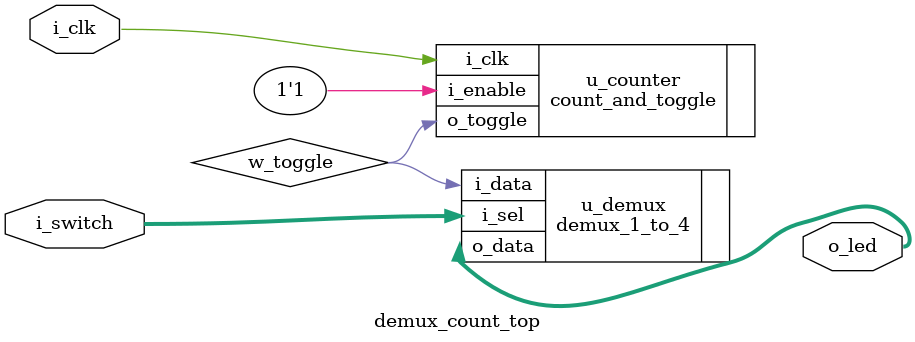
<source format=v>
`timescale 1ns / 1ps


module demux_count_top (
    input  wire i_clk,
    input  wire [1:0] i_switch,
    output wire [3:0] o_led
);
    wire w_toggle;

    count_and_toggle u_counter (
        .i_clk(i_clk),
        .i_enable(1'b1),
        .o_toggle(w_toggle)
    );

    demux_1_to_4 u_demux (
        .i_data(w_toggle),
        .i_sel(i_switch),
        .o_data(o_led)
    );
endmodule

</source>
